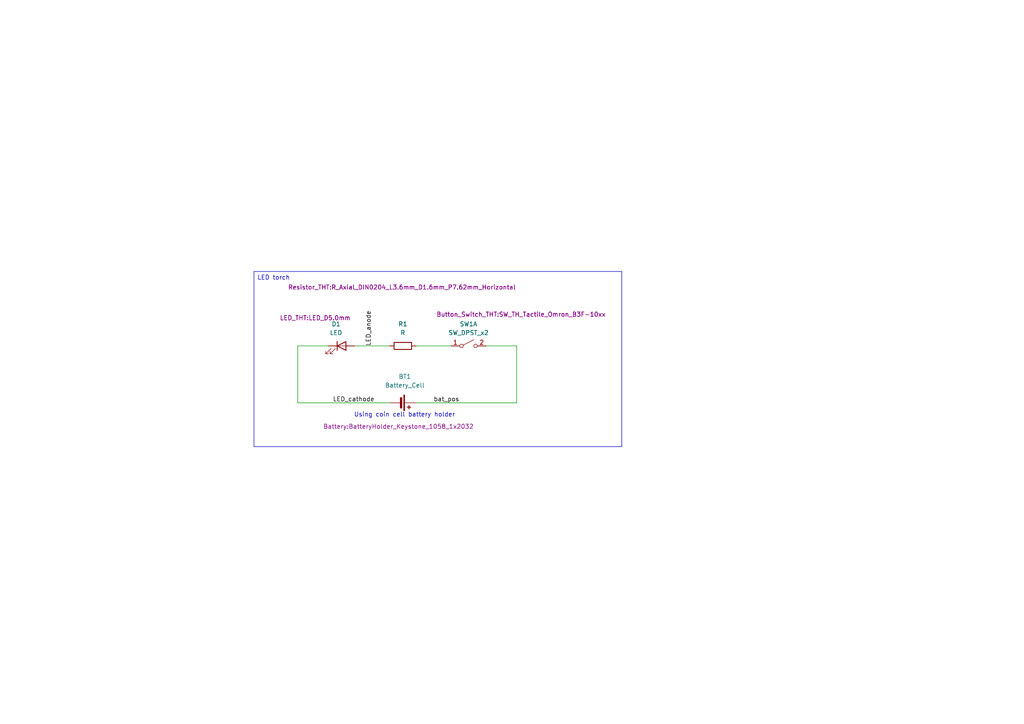
<source format=kicad_sch>
(kicad_sch (version 20231120) (generator "eeschema") (generator_version "8.0")
  (paper "A4")
  (title_block (title "LED Tourch") (date "2024-08-23") (comment 1 "Project 1 of KiCad Like a Pro 3e") (comment 2 "Koustav Das"))
  (lib_symbols
    (symbol "Device:Battery_Cell" (pin_numbers hide) (pin_names (offset 0) hide)
      (property "Reference" "BT" (at 2.54 2.54 0))
      (property "Value" "Battery_Cell" (at 2.54 0 0))
      (symbol "Battery_Cell_0_1"
        (rectangle (start -2.286 1.778) (end 2.286 1.524) (fill (type outline)))
        (rectangle (start -1.524 1.016) (end 1.524 0.508) (fill (type outline)))
        (polyline (pts (xy 0 0.762) (xy 0 0)))
        (polyline (pts (xy 0 1.778) (xy 0 2.54)))
        (polyline (pts (xy 0.762 3.048) (xy 1.778 3.048)) (stroke (width 0.254)))
        (polyline (pts (xy 1.27 3.556) (xy 1.27 2.54)) (stroke (width 0.254)))
      )
      (symbol "Battery_Cell_1_1"
        (pin passive line (at 0 5.08 270) (length 2.54) (name "+") (number "1"))
        (pin passive line (at 0 -2.54 90) (length 2.54) (name "-") (number "2"))
      )
    )
    (symbol "Device:LED" (pin_numbers hide) (pin_names (offset 1.016) hide)
      (property "Reference" "D" (at 0 2.54 0))
      (property "Value" "LED" (at 0 -2.54 0))
      (symbol "LED_0_1"
        (polyline (pts (xy -1.27 -1.27) (xy -1.27 1.27)) (stroke (width 0.254)))
        (polyline (pts (xy -1.27 0) (xy 1.27 0)))
        (polyline (pts (xy 1.27 -1.27) (xy 1.27 1.27) (xy -1.27 0) (xy 1.27 -1.27)) (stroke (width 0.254)))
        (polyline (pts (xy -3.048 -0.762) (xy -4.572 -2.286) (xy -3.81 -2.286) (xy -4.572 -2.286) (xy -4.572 -1.524)))
        (polyline (pts (xy -1.778 -0.762) (xy -3.302 -2.286) (xy -2.54 -2.286) (xy -3.302 -2.286) (xy -3.302 -1.524)))
      )
      (symbol "LED_1_1"
        (pin passive line (at -3.81 0 0) (length 2.54) (name "K") (number "1"))
        (pin passive line (at 3.81 0 180) (length 2.54) (name "A") (number "2"))
      )
    )
    (symbol "Device:R" (pin_numbers hide) (pin_names (offset 0))
      (property "Reference" "R" (at 2.032 0 90))
      (property "Value" "R" (at 0 0 90))
      (symbol "R_0_1"
        (rectangle (start -1.016 -2.54) (end 1.016 2.54) (stroke (width 0.254)))
      )
      (symbol "R_1_1"
        (pin passive line (at 0 3.81 270) (length 1.27) (name "~") (number "1"))
        (pin passive line (at 0 -3.81 90) (length 1.27) (name "~") (number "2"))
      )
    )
    (symbol "Switch:SW_DPST_x2" (pin_names (offset 0) hide)
      (property "Reference" "SW" (at 0 3.175 0))
      (property "Value" "SW_DPST_x2" (at 0 -2.54 0))
      (symbol "SW_DPST_x2_0_0"
        (circle (center -2.032 0) (radius 0.508))
        (polyline (pts (xy -1.524 0.254) (xy 1.524 1.778)))
        (circle (center 2.032 0) (radius 0.508))
      )
      (symbol "SW_DPST_x2_1_1"
        (pin passive line (at -5.08 0 0) (length 2.54) (name "A") (number "1"))
        (pin passive line (at 5.08 0 180) (length 2.54) (name "B") (number "2"))
      )
      (symbol "SW_DPST_x2_2_1"
        (pin passive line (at -5.08 0 0) (length 2.54) (name "A") (number "3"))
        (pin passive line (at 5.08 0 180) (length 2.54) (name "B") (number "4"))
      )
    )
  )
  (wire (pts (xy 102.87 100.33) (xy 113.03 100.33)))
  (wire (pts (xy 86.36 116.84) (xy 113.03 116.84)))
  (wire (pts (xy 86.36 100.33) (xy 95.25 100.33)))
  (wire (pts (xy 140.97 100.33) (xy 149.86 100.33)))
  (wire (pts (xy 149.86 100.33) (xy 149.86 116.84)))
  (wire (pts (xy 149.86 116.84) (xy 120.65 116.84)))
  (wire (pts (xy 120.65 100.33) (xy 130.81 100.33)))
  (wire (pts (xy 86.36 116.84) (xy 86.36 100.33)))
  (text_box "LED torch" (at 73.66 78.74 0) (size 106.68 50.8) (effects (font (size 1.27 1.27)) (justify left top)))
  (text "Using coin cell battery holder" (at 117.348 120.396 0) (effects (font (size 1.27 1.27))))
  (label "LED_cathode" (at 96.52 116.84 0))
  (label "LED_anode" (at 107.95 100.33 90))
  (label "bat_pos" (at 125.73 116.84 0))
  (symbol (lib_id "Switch:SW_DPST_x2") (at 135.89 100.33 0) (unit 1)
    (property "Reference" "SW1" (at 135.89 93.98 0))
    (property "Value" "SW_DPST_x2" (at 135.89 96.52 0))
    (property "Footprint" "Button_Switch_THT:SW_TH_Tactile_Omron_B3F-10xx" (at 151.13 91.186 0))
    (property "Description" "Single Pole Single Throw (SPST) switch, separate symbol" (effects (hide yes)))
  )
  (symbol (lib_id "Device:LED") (at 99.06 100.33 0) (unit 1)
    (property "Reference" "D1" (at 97.4725 93.98 0))
    (property "Value" "LED" (at 97.4725 96.52 0))
    (property "Footprint" "LED_THT:LED_D5.0mm" (at 91.44 92.202 0))
    (property "Description" "Light emitting diode" (effects (hide yes)))
  )
  (symbol (lib_id "Device:R") (at 116.84 100.33 90) (unit 1)
    (property "Reference" "R1" (at 116.84 93.98 90))
    (property "Value" "R" (at 116.84 96.52 90))
    (property "Footprint" "Resistor_THT:R_Axial_DIN0204_L3.6mm_D1.6mm_P7.62mm_Horizontal" (at 116.586 83.312 90))
    (property "Description" "Resistor" (effects (hide yes)))
  )
  (symbol (lib_id "Device:Battery_Cell") (at 115.57 116.84 270) (unit 1)
    (property "Reference" "BT1" (at 117.4115 109.22 90))
    (property "Value" "Battery_Cell" (at 117.4115 111.76 90))
    (property "Footprint" "Battery:BatteryHolder_Keystone_1058_1x2032" (at 115.57 123.698 90))
    (property "Description" "Single-cell battery" (effects (hide yes)))
  )
)
</source>
